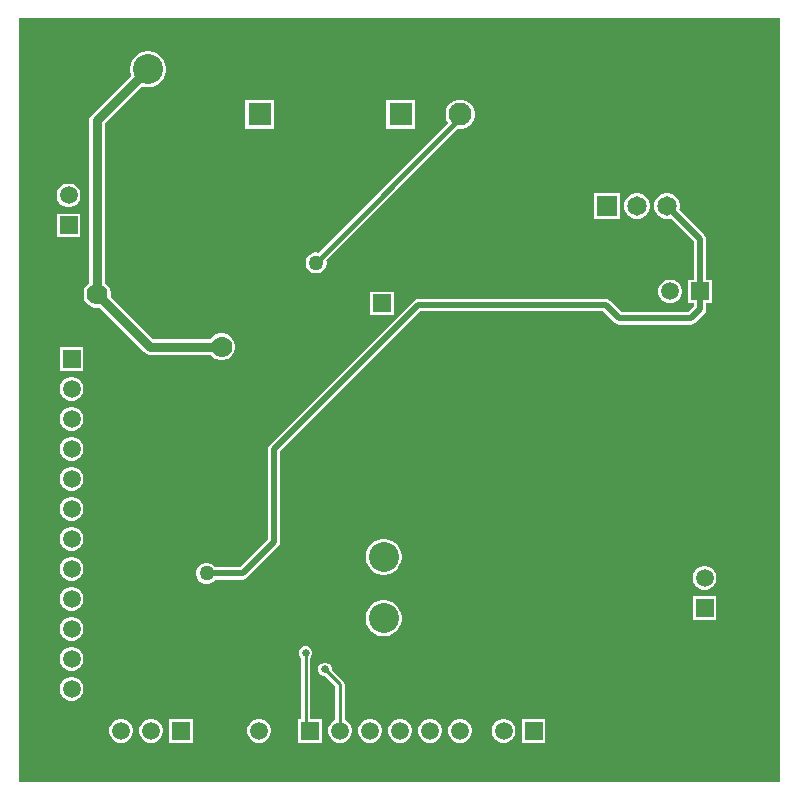
<source format=gbl>
G04*
G04 #@! TF.GenerationSoftware,Altium Limited,Altium Designer,21.6.4 (81)*
G04*
G04 Layer_Physical_Order=2*
G04 Layer_Color=16711680*
%FSLAX25Y25*%
%MOIN*%
G70*
G04*
G04 #@! TF.SameCoordinates,5B244758-CEA0-4159-AF34-73EF1895305B*
G04*
G04*
G04 #@! TF.FilePolarity,Positive*
G04*
G01*
G75*
%ADD11C,0.01000*%
%ADD54C,0.01500*%
%ADD55C,0.03000*%
%ADD57C,0.02000*%
%ADD59C,0.11811*%
%ADD60R,0.06500X0.06500*%
%ADD61C,0.06500*%
%ADD62C,0.10000*%
%ADD63C,0.05906*%
%ADD64R,0.05906X0.05906*%
%ADD65R,0.05906X0.05906*%
%ADD66R,0.07677X0.07677*%
%ADD67C,0.07677*%
%ADD68C,0.07000*%
%ADD69C,0.05000*%
%ADD70C,0.01968*%
%ADD71C,0.02600*%
G36*
X493000Y236000D02*
X239500D01*
Y490500D01*
X493000D01*
Y236000D01*
D02*
G37*
%LPC*%
G36*
X283091Y479500D02*
X281909D01*
X280750Y479269D01*
X279658Y478817D01*
X278675Y478160D01*
X277839Y477325D01*
X277183Y476342D01*
X276731Y475250D01*
X276500Y474091D01*
Y472909D01*
X276731Y471750D01*
X276852Y471457D01*
X263698Y458302D01*
X263145Y457476D01*
X262951Y456500D01*
Y402224D01*
X262737Y402101D01*
X261899Y401263D01*
X261307Y400237D01*
X261000Y399092D01*
Y397908D01*
X261307Y396763D01*
X261899Y395737D01*
X262737Y394899D01*
X263763Y394307D01*
X264908Y394000D01*
X266092D01*
X266331Y394064D01*
X281198Y379198D01*
X282025Y378645D01*
X283000Y378451D01*
X303275D01*
X303399Y378237D01*
X304237Y377399D01*
X305263Y376807D01*
X306408Y376500D01*
X307592D01*
X308737Y376807D01*
X309763Y377399D01*
X310601Y378237D01*
X311193Y379263D01*
X311500Y380408D01*
Y381592D01*
X311193Y382737D01*
X310601Y383763D01*
X309763Y384601D01*
X308737Y385193D01*
X307592Y385500D01*
X306408D01*
X305263Y385193D01*
X304237Y384601D01*
X303399Y383763D01*
X303275Y383549D01*
X284056D01*
X269936Y397669D01*
X270000Y397908D01*
Y399092D01*
X269693Y400237D01*
X269101Y401263D01*
X268263Y402101D01*
X268049Y402224D01*
Y455444D01*
X280457Y467852D01*
X280750Y467731D01*
X281909Y467500D01*
X283091D01*
X284250Y467731D01*
X285342Y468183D01*
X286325Y468840D01*
X287160Y469675D01*
X287817Y470658D01*
X288269Y471750D01*
X288500Y472909D01*
Y474091D01*
X288269Y475250D01*
X287817Y476342D01*
X287160Y477325D01*
X286325Y478160D01*
X285342Y478817D01*
X284250Y479269D01*
X283091Y479500D01*
D02*
G37*
G36*
X387137Y463339D02*
X385863D01*
X384632Y463009D01*
X383529Y462372D01*
X382628Y461471D01*
X381991Y460368D01*
X381661Y459137D01*
Y457863D01*
X381991Y456632D01*
X382487Y455773D01*
X339161Y412446D01*
X338961Y412500D01*
X338039D01*
X337149Y412261D01*
X336351Y411801D01*
X335699Y411149D01*
X335239Y410351D01*
X335000Y409461D01*
Y408539D01*
X335239Y407649D01*
X335699Y406851D01*
X336351Y406199D01*
X337149Y405738D01*
X338039Y405500D01*
X338961D01*
X339851Y405738D01*
X340649Y406199D01*
X341301Y406851D01*
X341761Y407649D01*
X342000Y408539D01*
Y409461D01*
X341836Y410074D01*
X385516Y453755D01*
X385863Y453661D01*
X387137D01*
X388368Y453991D01*
X389471Y454628D01*
X390372Y455529D01*
X391009Y456632D01*
X391339Y457863D01*
Y459137D01*
X391009Y460368D01*
X390372Y461471D01*
X389471Y462372D01*
X388368Y463009D01*
X387137Y463339D01*
D02*
G37*
G36*
X371654D02*
X361976D01*
Y453661D01*
X371654D01*
Y463339D01*
D02*
G37*
G36*
X324654D02*
X314976D01*
Y453661D01*
X324654D01*
Y463339D01*
D02*
G37*
G36*
X256520Y435453D02*
X255480D01*
X254474Y435183D01*
X253573Y434663D01*
X252837Y433927D01*
X252317Y433026D01*
X252047Y432020D01*
Y430980D01*
X252317Y429974D01*
X252837Y429073D01*
X253573Y428337D01*
X254474Y427817D01*
X255480Y427547D01*
X256520D01*
X257526Y427817D01*
X258427Y428337D01*
X259163Y429073D01*
X259683Y429974D01*
X259953Y430980D01*
Y432020D01*
X259683Y433026D01*
X259163Y433927D01*
X258427Y434663D01*
X257526Y435183D01*
X256520Y435453D01*
D02*
G37*
G36*
X446060Y432250D02*
X444941D01*
X443860Y431960D01*
X442890Y431401D01*
X442099Y430610D01*
X441540Y429640D01*
X441250Y428559D01*
Y427441D01*
X441540Y426360D01*
X442099Y425390D01*
X442890Y424599D01*
X443860Y424040D01*
X444941Y423750D01*
X446060D01*
X447140Y424040D01*
X448110Y424599D01*
X448901Y425390D01*
X449460Y426360D01*
X449750Y427441D01*
Y428559D01*
X449460Y429640D01*
X448901Y430610D01*
X448110Y431401D01*
X447140Y431960D01*
X446060Y432250D01*
D02*
G37*
G36*
X439750D02*
X431250D01*
Y423750D01*
X439750D01*
Y432250D01*
D02*
G37*
G36*
X259953Y425453D02*
X252047D01*
Y417547D01*
X259953D01*
Y425453D01*
D02*
G37*
G36*
X457020Y403453D02*
X455980D01*
X454974Y403183D01*
X454073Y402663D01*
X453337Y401927D01*
X452817Y401026D01*
X452547Y400020D01*
Y398980D01*
X452817Y397974D01*
X453337Y397073D01*
X454073Y396337D01*
X454974Y395817D01*
X455980Y395547D01*
X457020D01*
X458026Y395817D01*
X458927Y396337D01*
X459663Y397073D01*
X460183Y397974D01*
X460453Y398980D01*
Y400020D01*
X460183Y401026D01*
X459663Y401927D01*
X458927Y402663D01*
X458026Y403183D01*
X457020Y403453D01*
D02*
G37*
G36*
X456060Y432250D02*
X454941D01*
X453860Y431960D01*
X452890Y431401D01*
X452099Y430610D01*
X451540Y429640D01*
X451250Y428559D01*
Y427441D01*
X451540Y426360D01*
X452099Y425390D01*
X452890Y424599D01*
X453860Y424040D01*
X454941Y423750D01*
X456060D01*
X456696Y423920D01*
X464461Y416155D01*
Y403453D01*
X462547D01*
Y395547D01*
X464461D01*
Y394392D01*
X462608Y392539D01*
X440345D01*
X436442Y396442D01*
X435780Y396884D01*
X435000Y397039D01*
X372500D01*
X371720Y396884D01*
X371058Y396442D01*
X323058Y348442D01*
X322616Y347780D01*
X322461Y347000D01*
Y316845D01*
X313155Y307539D01*
X304864D01*
X304801Y307649D01*
X304149Y308301D01*
X303351Y308762D01*
X302461Y309000D01*
X301539D01*
X300649Y308762D01*
X299851Y308301D01*
X299199Y307649D01*
X298739Y306851D01*
X298500Y305961D01*
Y305039D01*
X298739Y304149D01*
X299199Y303351D01*
X299851Y302699D01*
X300649Y302238D01*
X301539Y302000D01*
X302461D01*
X303351Y302238D01*
X304149Y302699D01*
X304801Y303351D01*
X304864Y303461D01*
X314000D01*
X314780Y303616D01*
X315442Y304058D01*
X325942Y314558D01*
X326384Y315220D01*
X326539Y316000D01*
Y346155D01*
X373345Y392961D01*
X434155D01*
X438058Y389058D01*
X438720Y388616D01*
X439500Y388461D01*
X463453D01*
X464233Y388616D01*
X464895Y389058D01*
X467942Y392105D01*
X468384Y392767D01*
X468539Y393547D01*
Y395547D01*
X470453D01*
Y403453D01*
X468539D01*
Y417000D01*
X468384Y417780D01*
X467942Y418442D01*
X459580Y426804D01*
X459750Y427441D01*
Y428559D01*
X459460Y429640D01*
X458901Y430610D01*
X458110Y431401D01*
X457140Y431960D01*
X456060Y432250D01*
D02*
G37*
G36*
X364453Y399453D02*
X356547D01*
Y391547D01*
X364453D01*
Y399453D01*
D02*
G37*
G36*
X260953Y380953D02*
X253047D01*
Y373047D01*
X260953D01*
Y380953D01*
D02*
G37*
G36*
X257520Y370953D02*
X256480D01*
X255474Y370683D01*
X254573Y370163D01*
X253837Y369427D01*
X253317Y368526D01*
X253047Y367520D01*
Y366480D01*
X253317Y365474D01*
X253837Y364573D01*
X254573Y363837D01*
X255474Y363317D01*
X256480Y363047D01*
X257520D01*
X258526Y363317D01*
X259427Y363837D01*
X260163Y364573D01*
X260683Y365474D01*
X260953Y366480D01*
Y367520D01*
X260683Y368526D01*
X260163Y369427D01*
X259427Y370163D01*
X258526Y370683D01*
X257520Y370953D01*
D02*
G37*
G36*
Y360953D02*
X256480D01*
X255474Y360683D01*
X254573Y360163D01*
X253837Y359427D01*
X253317Y358526D01*
X253047Y357520D01*
Y356480D01*
X253317Y355474D01*
X253837Y354573D01*
X254573Y353837D01*
X255474Y353317D01*
X256480Y353047D01*
X257520D01*
X258526Y353317D01*
X259427Y353837D01*
X260163Y354573D01*
X260683Y355474D01*
X260953Y356480D01*
Y357520D01*
X260683Y358526D01*
X260163Y359427D01*
X259427Y360163D01*
X258526Y360683D01*
X257520Y360953D01*
D02*
G37*
G36*
Y350953D02*
X256480D01*
X255474Y350683D01*
X254573Y350163D01*
X253837Y349427D01*
X253317Y348526D01*
X253047Y347520D01*
Y346480D01*
X253317Y345474D01*
X253837Y344573D01*
X254573Y343837D01*
X255474Y343317D01*
X256480Y343047D01*
X257520D01*
X258526Y343317D01*
X259427Y343837D01*
X260163Y344573D01*
X260683Y345474D01*
X260953Y346480D01*
Y347520D01*
X260683Y348526D01*
X260163Y349427D01*
X259427Y350163D01*
X258526Y350683D01*
X257520Y350953D01*
D02*
G37*
G36*
Y340953D02*
X256480D01*
X255474Y340683D01*
X254573Y340163D01*
X253837Y339427D01*
X253317Y338526D01*
X253047Y337520D01*
Y336480D01*
X253317Y335474D01*
X253837Y334573D01*
X254573Y333837D01*
X255474Y333317D01*
X256480Y333047D01*
X257520D01*
X258526Y333317D01*
X259427Y333837D01*
X260163Y334573D01*
X260683Y335474D01*
X260953Y336480D01*
Y337520D01*
X260683Y338526D01*
X260163Y339427D01*
X259427Y340163D01*
X258526Y340683D01*
X257520Y340953D01*
D02*
G37*
G36*
Y330953D02*
X256480D01*
X255474Y330683D01*
X254573Y330163D01*
X253837Y329427D01*
X253317Y328526D01*
X253047Y327520D01*
Y326480D01*
X253317Y325474D01*
X253837Y324573D01*
X254573Y323837D01*
X255474Y323317D01*
X256480Y323047D01*
X257520D01*
X258526Y323317D01*
X259427Y323837D01*
X260163Y324573D01*
X260683Y325474D01*
X260953Y326480D01*
Y327520D01*
X260683Y328526D01*
X260163Y329427D01*
X259427Y330163D01*
X258526Y330683D01*
X257520Y330953D01*
D02*
G37*
G36*
Y320953D02*
X256480D01*
X255474Y320683D01*
X254573Y320163D01*
X253837Y319427D01*
X253317Y318526D01*
X253047Y317520D01*
Y316480D01*
X253317Y315474D01*
X253837Y314573D01*
X254573Y313837D01*
X255474Y313317D01*
X256480Y313047D01*
X257520D01*
X258526Y313317D01*
X259427Y313837D01*
X260163Y314573D01*
X260683Y315474D01*
X260953Y316480D01*
Y317520D01*
X260683Y318526D01*
X260163Y319427D01*
X259427Y320163D01*
X258526Y320683D01*
X257520Y320953D01*
D02*
G37*
G36*
X361591Y317000D02*
X360409D01*
X359250Y316769D01*
X358158Y316317D01*
X357175Y315661D01*
X356340Y314825D01*
X355683Y313842D01*
X355231Y312750D01*
X355000Y311591D01*
Y310409D01*
X355231Y309250D01*
X355683Y308158D01*
X356340Y307175D01*
X357175Y306340D01*
X358158Y305683D01*
X359250Y305231D01*
X360409Y305000D01*
X361591D01*
X362750Y305231D01*
X363842Y305683D01*
X364825Y306340D01*
X365661Y307175D01*
X366317Y308158D01*
X366769Y309250D01*
X367000Y310409D01*
Y311591D01*
X366769Y312750D01*
X366317Y313842D01*
X365661Y314825D01*
X364825Y315661D01*
X363842Y316317D01*
X362750Y316769D01*
X361591Y317000D01*
D02*
G37*
G36*
X257520Y310953D02*
X256480D01*
X255474Y310683D01*
X254573Y310163D01*
X253837Y309427D01*
X253317Y308526D01*
X253047Y307520D01*
Y306480D01*
X253317Y305474D01*
X253837Y304573D01*
X254573Y303837D01*
X255474Y303317D01*
X256480Y303047D01*
X257520D01*
X258526Y303317D01*
X259427Y303837D01*
X260163Y304573D01*
X260683Y305474D01*
X260953Y306480D01*
Y307520D01*
X260683Y308526D01*
X260163Y309427D01*
X259427Y310163D01*
X258526Y310683D01*
X257520Y310953D01*
D02*
G37*
G36*
X468520Y307953D02*
X467480D01*
X466474Y307683D01*
X465573Y307163D01*
X464837Y306427D01*
X464317Y305526D01*
X464047Y304520D01*
Y303480D01*
X464317Y302474D01*
X464837Y301573D01*
X465573Y300837D01*
X466474Y300317D01*
X467480Y300047D01*
X468520D01*
X469526Y300317D01*
X470427Y300837D01*
X471163Y301573D01*
X471683Y302474D01*
X471953Y303480D01*
Y304520D01*
X471683Y305526D01*
X471163Y306427D01*
X470427Y307163D01*
X469526Y307683D01*
X468520Y307953D01*
D02*
G37*
G36*
X257520Y300953D02*
X256480D01*
X255474Y300683D01*
X254573Y300163D01*
X253837Y299427D01*
X253317Y298526D01*
X253047Y297520D01*
Y296480D01*
X253317Y295474D01*
X253837Y294573D01*
X254573Y293837D01*
X255474Y293317D01*
X256480Y293047D01*
X257520D01*
X258526Y293317D01*
X259427Y293837D01*
X260163Y294573D01*
X260683Y295474D01*
X260953Y296480D01*
Y297520D01*
X260683Y298526D01*
X260163Y299427D01*
X259427Y300163D01*
X258526Y300683D01*
X257520Y300953D01*
D02*
G37*
G36*
X471953Y297953D02*
X464047D01*
Y290047D01*
X471953D01*
Y297953D01*
D02*
G37*
G36*
X361591Y296500D02*
X360409D01*
X359250Y296269D01*
X358158Y295817D01*
X357175Y295161D01*
X356340Y294325D01*
X355683Y293342D01*
X355231Y292250D01*
X355000Y291091D01*
Y289909D01*
X355231Y288750D01*
X355683Y287658D01*
X356340Y286675D01*
X357175Y285840D01*
X358158Y285183D01*
X359250Y284731D01*
X360409Y284500D01*
X361591D01*
X362750Y284731D01*
X363842Y285183D01*
X364825Y285840D01*
X365661Y286675D01*
X366317Y287658D01*
X366769Y288750D01*
X367000Y289909D01*
Y291091D01*
X366769Y292250D01*
X366317Y293342D01*
X365661Y294325D01*
X364825Y295161D01*
X363842Y295817D01*
X362750Y296269D01*
X361591Y296500D01*
D02*
G37*
G36*
X257520Y290953D02*
X256480D01*
X255474Y290683D01*
X254573Y290163D01*
X253837Y289427D01*
X253317Y288526D01*
X253047Y287520D01*
Y286480D01*
X253317Y285474D01*
X253837Y284573D01*
X254573Y283837D01*
X255474Y283317D01*
X256480Y283047D01*
X257520D01*
X258526Y283317D01*
X259427Y283837D01*
X260163Y284573D01*
X260683Y285474D01*
X260953Y286480D01*
Y287520D01*
X260683Y288526D01*
X260163Y289427D01*
X259427Y290163D01*
X258526Y290683D01*
X257520Y290953D01*
D02*
G37*
G36*
Y280953D02*
X256480D01*
X255474Y280683D01*
X254573Y280163D01*
X253837Y279427D01*
X253317Y278526D01*
X253047Y277520D01*
Y276480D01*
X253317Y275474D01*
X253837Y274573D01*
X254573Y273837D01*
X255474Y273317D01*
X256480Y273047D01*
X257520D01*
X258526Y273317D01*
X259427Y273837D01*
X260163Y274573D01*
X260683Y275474D01*
X260953Y276480D01*
Y277520D01*
X260683Y278526D01*
X260163Y279427D01*
X259427Y280163D01*
X258526Y280683D01*
X257520Y280953D01*
D02*
G37*
G36*
Y270953D02*
X256480D01*
X255474Y270683D01*
X254573Y270163D01*
X253837Y269427D01*
X253317Y268526D01*
X253047Y267520D01*
Y266480D01*
X253317Y265474D01*
X253837Y264573D01*
X254573Y263837D01*
X255474Y263317D01*
X256480Y263047D01*
X257520D01*
X258526Y263317D01*
X259427Y263837D01*
X260163Y264573D01*
X260683Y265474D01*
X260953Y266480D01*
Y267520D01*
X260683Y268526D01*
X260163Y269427D01*
X259427Y270163D01*
X258526Y270683D01*
X257520Y270953D01*
D02*
G37*
G36*
X414953Y256953D02*
X407047D01*
Y249047D01*
X414953D01*
Y256953D01*
D02*
G37*
G36*
X401520D02*
X400480D01*
X399474Y256683D01*
X398573Y256163D01*
X397837Y255427D01*
X397317Y254526D01*
X397047Y253520D01*
Y252480D01*
X397317Y251474D01*
X397837Y250573D01*
X398573Y249837D01*
X399474Y249317D01*
X400480Y249047D01*
X401520D01*
X402526Y249317D01*
X403427Y249837D01*
X404163Y250573D01*
X404683Y251474D01*
X404953Y252480D01*
Y253520D01*
X404683Y254526D01*
X404163Y255427D01*
X403427Y256163D01*
X402526Y256683D01*
X401520Y256953D01*
D02*
G37*
G36*
X387020D02*
X385980D01*
X384974Y256683D01*
X384073Y256163D01*
X383337Y255427D01*
X382817Y254526D01*
X382547Y253520D01*
Y252480D01*
X382817Y251474D01*
X383337Y250573D01*
X384073Y249837D01*
X384974Y249317D01*
X385980Y249047D01*
X387020D01*
X388026Y249317D01*
X388927Y249837D01*
X389663Y250573D01*
X390183Y251474D01*
X390453Y252480D01*
Y253520D01*
X390183Y254526D01*
X389663Y255427D01*
X388927Y256163D01*
X388026Y256683D01*
X387020Y256953D01*
D02*
G37*
G36*
X377020D02*
X375980D01*
X374974Y256683D01*
X374073Y256163D01*
X373337Y255427D01*
X372817Y254526D01*
X372547Y253520D01*
Y252480D01*
X372817Y251474D01*
X373337Y250573D01*
X374073Y249837D01*
X374974Y249317D01*
X375980Y249047D01*
X377020D01*
X378026Y249317D01*
X378927Y249837D01*
X379663Y250573D01*
X380183Y251474D01*
X380453Y252480D01*
Y253520D01*
X380183Y254526D01*
X379663Y255427D01*
X378927Y256163D01*
X378026Y256683D01*
X377020Y256953D01*
D02*
G37*
G36*
X367020D02*
X365980D01*
X364974Y256683D01*
X364073Y256163D01*
X363337Y255427D01*
X362817Y254526D01*
X362547Y253520D01*
Y252480D01*
X362817Y251474D01*
X363337Y250573D01*
X364073Y249837D01*
X364974Y249317D01*
X365980Y249047D01*
X367020D01*
X368026Y249317D01*
X368927Y249837D01*
X369663Y250573D01*
X370183Y251474D01*
X370453Y252480D01*
Y253520D01*
X370183Y254526D01*
X369663Y255427D01*
X368927Y256163D01*
X368026Y256683D01*
X367020Y256953D01*
D02*
G37*
G36*
X357020D02*
X355980D01*
X354974Y256683D01*
X354073Y256163D01*
X353337Y255427D01*
X352817Y254526D01*
X352547Y253520D01*
Y252480D01*
X352817Y251474D01*
X353337Y250573D01*
X354073Y249837D01*
X354974Y249317D01*
X355980Y249047D01*
X357020D01*
X358026Y249317D01*
X358927Y249837D01*
X359663Y250573D01*
X360183Y251474D01*
X360453Y252480D01*
Y253520D01*
X360183Y254526D01*
X359663Y255427D01*
X358927Y256163D01*
X358026Y256683D01*
X357020Y256953D01*
D02*
G37*
G36*
X341957Y275800D02*
X341042D01*
X340197Y275450D01*
X339550Y274803D01*
X339200Y273957D01*
Y273042D01*
X339550Y272197D01*
X340197Y271550D01*
X341042Y271200D01*
X341637D01*
X344971Y267866D01*
Y256681D01*
X344073Y256163D01*
X343337Y255427D01*
X342817Y254526D01*
X342547Y253520D01*
Y252480D01*
X342817Y251474D01*
X343337Y250573D01*
X344073Y249837D01*
X344974Y249317D01*
X345980Y249047D01*
X347020D01*
X348026Y249317D01*
X348927Y249837D01*
X349663Y250573D01*
X350183Y251474D01*
X350453Y252480D01*
Y253520D01*
X350183Y254526D01*
X349663Y255427D01*
X348927Y256163D01*
X348029Y256681D01*
Y268500D01*
X347913Y269085D01*
X347581Y269581D01*
X343800Y273363D01*
Y273957D01*
X343450Y274803D01*
X342803Y275450D01*
X341957Y275800D01*
D02*
G37*
G36*
X335457Y281300D02*
X334542D01*
X333697Y280950D01*
X333050Y280303D01*
X332700Y279457D01*
Y278542D01*
X333050Y277697D01*
X333471Y277277D01*
Y256953D01*
X332547D01*
Y249047D01*
X340453D01*
Y256953D01*
X336529D01*
Y277277D01*
X336950Y277697D01*
X337300Y278542D01*
Y279457D01*
X336950Y280303D01*
X336303Y280950D01*
X335457Y281300D01*
D02*
G37*
G36*
X320020Y256953D02*
X318980D01*
X317974Y256683D01*
X317073Y256163D01*
X316337Y255427D01*
X315817Y254526D01*
X315547Y253520D01*
Y252480D01*
X315817Y251474D01*
X316337Y250573D01*
X317073Y249837D01*
X317974Y249317D01*
X318980Y249047D01*
X320020D01*
X321026Y249317D01*
X321927Y249837D01*
X322663Y250573D01*
X323183Y251474D01*
X323453Y252480D01*
Y253520D01*
X323183Y254526D01*
X322663Y255427D01*
X321927Y256163D01*
X321026Y256683D01*
X320020Y256953D01*
D02*
G37*
G36*
X297453D02*
X289547D01*
Y249047D01*
X297453D01*
Y256953D01*
D02*
G37*
G36*
X284020D02*
X282980D01*
X281974Y256683D01*
X281073Y256163D01*
X280337Y255427D01*
X279817Y254526D01*
X279547Y253520D01*
Y252480D01*
X279817Y251474D01*
X280337Y250573D01*
X281073Y249837D01*
X281974Y249317D01*
X282980Y249047D01*
X284020D01*
X285026Y249317D01*
X285927Y249837D01*
X286663Y250573D01*
X287183Y251474D01*
X287453Y252480D01*
Y253520D01*
X287183Y254526D01*
X286663Y255427D01*
X285927Y256163D01*
X285026Y256683D01*
X284020Y256953D01*
D02*
G37*
G36*
X274020D02*
X272980D01*
X271974Y256683D01*
X271073Y256163D01*
X270337Y255427D01*
X269817Y254526D01*
X269547Y253520D01*
Y252480D01*
X269817Y251474D01*
X270337Y250573D01*
X271073Y249837D01*
X271974Y249317D01*
X272980Y249047D01*
X274020D01*
X275026Y249317D01*
X275927Y249837D01*
X276663Y250573D01*
X277183Y251474D01*
X277453Y252480D01*
Y253520D01*
X277183Y254526D01*
X276663Y255427D01*
X275927Y256163D01*
X275026Y256683D01*
X274020Y256953D01*
D02*
G37*
%LPD*%
D11*
X386500Y457262D02*
Y458500D01*
X338000Y408500D02*
Y408762D01*
X335000Y254500D02*
Y279000D01*
Y254500D02*
X336500Y253000D01*
X341500Y273500D02*
X346500Y268500D01*
Y253000D02*
Y268500D01*
D54*
X338000Y408762D02*
X386500Y457262D01*
D55*
X283000Y381000D02*
X307000D01*
X265500Y398500D02*
X283000Y381000D01*
X265500Y398500D02*
Y456500D01*
X282500Y473500D01*
D57*
X455500Y428000D02*
X466500Y417000D01*
Y399500D02*
Y417000D01*
X463453Y390500D02*
X466500Y393547D01*
Y399500D01*
X439500Y390500D02*
X463453D01*
X435000Y395000D02*
X439500Y390500D01*
X372500Y395000D02*
X435000D01*
X324500Y347000D02*
X372500Y395000D01*
X324500Y316000D02*
Y347000D01*
X314000Y305500D02*
X324500Y316000D01*
X302000Y305500D02*
X314000D01*
D59*
X420268Y448457D02*
D03*
X470268D02*
D03*
D60*
X435500Y428000D02*
D03*
D61*
X445500D02*
D03*
X455500D02*
D03*
D62*
X256500Y473500D02*
D03*
X282500D02*
D03*
X361000Y311000D02*
D03*
Y290500D02*
D03*
D63*
X256000Y431500D02*
D03*
X319500Y253000D02*
D03*
X386500D02*
D03*
X376500D02*
D03*
X366500D02*
D03*
X356500D02*
D03*
X346500D02*
D03*
X446500Y399500D02*
D03*
X456500D02*
D03*
X257000Y367000D02*
D03*
Y357000D02*
D03*
Y347000D02*
D03*
Y337000D02*
D03*
Y327000D02*
D03*
Y317000D02*
D03*
Y307000D02*
D03*
Y297000D02*
D03*
Y287000D02*
D03*
Y277000D02*
D03*
Y267000D02*
D03*
X350500Y395500D02*
D03*
X468000Y304000D02*
D03*
X273500Y253000D02*
D03*
X283500D02*
D03*
X401000D02*
D03*
D64*
X256000Y421500D02*
D03*
X257000Y377000D02*
D03*
X468000Y294000D02*
D03*
D65*
X309500Y253000D02*
D03*
X336500D02*
D03*
X466500Y399500D02*
D03*
X360500Y395500D02*
D03*
X293500Y253000D02*
D03*
X411000D02*
D03*
D66*
X366815Y458500D02*
D03*
X319815D02*
D03*
D67*
X386500D02*
D03*
X339500D02*
D03*
D68*
X265500Y398500D02*
D03*
X307000Y381000D02*
D03*
D69*
X338500Y409000D02*
D03*
X302000Y305500D02*
D03*
D70*
X310000Y346000D02*
D03*
Y326000D02*
D03*
X292000Y346000D02*
D03*
Y326000D02*
D03*
D71*
X335000Y279000D02*
D03*
X341500Y273500D02*
D03*
M02*

</source>
